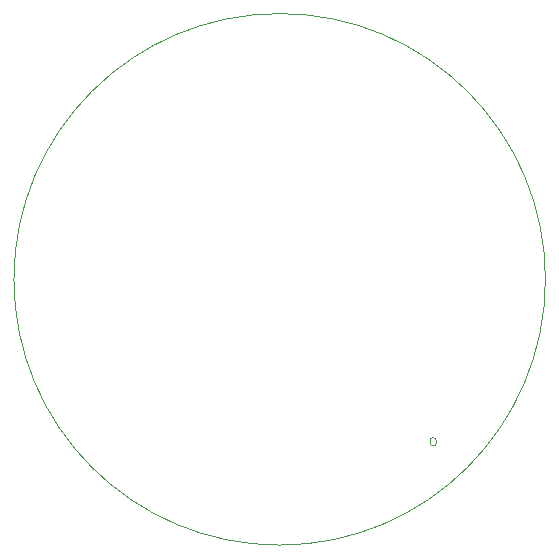
<source format=gbr>
%TF.GenerationSoftware,KiCad,Pcbnew,(6.0.9)*%
%TF.CreationDate,2023-01-25T10:50:16+01:00*%
%TF.ProjectId,BatteryManagementBoard,42617474-6572-4794-9d61-6e6167656d65,rev?*%
%TF.SameCoordinates,Original*%
%TF.FileFunction,Profile,NP*%
%FSLAX46Y46*%
G04 Gerber Fmt 4.6, Leading zero omitted, Abs format (unit mm)*
G04 Created by KiCad (PCBNEW (6.0.9)) date 2023-01-25 10:50:16*
%MOMM*%
%LPD*%
G01*
G04 APERTURE LIST*
%TA.AperFunction,Profile*%
%ADD10C,0.100000*%
%TD*%
%TA.AperFunction,Profile*%
%ADD11C,0.010000*%
%TD*%
G04 APERTURE END LIST*
D10*
X172500000Y-100000000D02*
G75*
G03*
X172500000Y-100000000I-22500000J0D01*
G01*
D11*
%TO.C,J201*%
X162740000Y-113850000D02*
X162740000Y-113650000D01*
X163260000Y-113650000D02*
X163260000Y-113850000D01*
X162740000Y-113850000D02*
G75*
G03*
X163000000Y-114110000I260000J0D01*
G01*
X163000000Y-113390000D02*
G75*
G03*
X162740000Y-113650000I0J-260000D01*
G01*
X163000000Y-114110000D02*
G75*
G03*
X163260000Y-113850000I0J260000D01*
G01*
X163260000Y-113650000D02*
G75*
G03*
X163000000Y-113390000I-260000J0D01*
G01*
%TD*%
M02*

</source>
